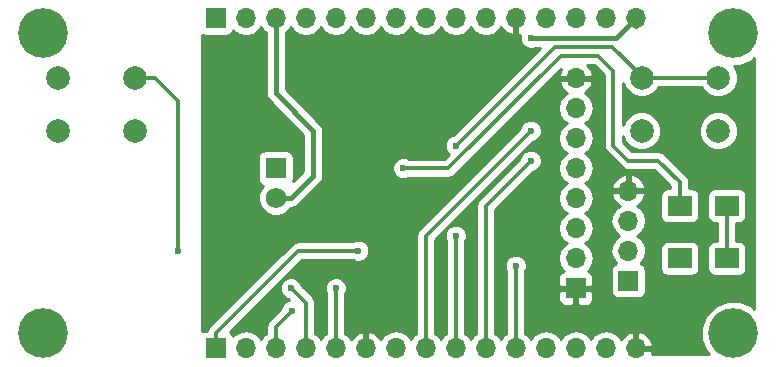
<source format=gbr>
G04 #@! TF.FileFunction,Copper,L1,Top,Signal*
%FSLAX46Y46*%
G04 Gerber Fmt 4.6, Leading zero omitted, Abs format (unit mm)*
G04 Created by KiCad (PCBNEW 4.0.7) date 03/26/18 16:58:00*
%MOMM*%
%LPD*%
G01*
G04 APERTURE LIST*
%ADD10C,0.100000*%
%ADD11C,4.200000*%
%ADD12R,1.700000X1.700000*%
%ADD13O,1.700000X1.700000*%
%ADD14C,2.000000*%
%ADD15R,2.000000X1.700000*%
%ADD16R,1.750000X1.750000*%
%ADD17C,1.750000*%
%ADD18C,0.600000*%
%ADD19C,0.350000*%
%ADD20C,0.450000*%
%ADD21C,0.254000*%
G04 APERTURE END LIST*
D10*
D11*
X204470000Y-104775000D03*
X146050000Y-104775000D03*
X146050000Y-79375000D03*
D12*
X195580000Y-100330000D03*
D13*
X195580000Y-97790000D03*
X195580000Y-95250000D03*
X195580000Y-92710000D03*
D14*
X203200000Y-83130000D03*
X203200000Y-87630000D03*
X196700000Y-83130000D03*
X196700000Y-87630000D03*
D15*
X203930000Y-98425000D03*
X199930000Y-98425000D03*
D12*
X160655000Y-78105000D03*
D13*
X163195000Y-78105000D03*
X165735000Y-78105000D03*
X168275000Y-78105000D03*
X170815000Y-78105000D03*
X173355000Y-78105000D03*
X175895000Y-78105000D03*
X178435000Y-78105000D03*
X180975000Y-78105000D03*
X183515000Y-78105000D03*
X186055000Y-78105000D03*
X188595000Y-78105000D03*
X191135000Y-78105000D03*
X193675000Y-78105000D03*
X196215000Y-78105000D03*
D12*
X160655000Y-106045000D03*
D13*
X163195000Y-106045000D03*
X165735000Y-106045000D03*
X168275000Y-106045000D03*
X170815000Y-106045000D03*
X173355000Y-106045000D03*
X175895000Y-106045000D03*
X178435000Y-106045000D03*
X180975000Y-106045000D03*
X183515000Y-106045000D03*
X186055000Y-106045000D03*
X188595000Y-106045000D03*
X191135000Y-106045000D03*
X193675000Y-106045000D03*
X196215000Y-106045000D03*
D15*
X199930000Y-93980000D03*
X203930000Y-93980000D03*
D12*
X191135000Y-100965000D03*
D13*
X191135000Y-98425000D03*
X191135000Y-95885000D03*
X191135000Y-93345000D03*
X191135000Y-90805000D03*
X191135000Y-88265000D03*
X191135000Y-85725000D03*
X191135000Y-83185000D03*
D11*
X204470000Y-79375000D03*
D16*
X165735000Y-90805000D03*
D17*
X165735000Y-93305000D03*
D14*
X147320000Y-83130000D03*
X147320000Y-87630000D03*
X153820000Y-83130000D03*
X153820000Y-87630000D03*
D18*
X167089998Y-102870000D03*
X199930000Y-98425000D03*
X187325000Y-79756000D03*
X167005000Y-100965000D03*
X157480000Y-97790000D03*
X176530000Y-90805000D03*
X170815000Y-100965000D03*
X172720000Y-97790000D03*
X187325000Y-87630000D03*
X187325000Y-90170000D03*
X186055000Y-99060000D03*
X180975000Y-88900000D03*
X180975000Y-96520000D03*
D19*
X167089998Y-102870000D02*
X165735000Y-104224998D01*
X165735000Y-104224998D02*
X165735000Y-106045000D01*
D20*
X186055000Y-78105000D02*
X186055000Y-78105000D01*
D19*
X193675000Y-78105000D02*
X194056000Y-78105000D01*
D20*
X165735000Y-78105000D02*
X165735000Y-84455000D01*
X167045000Y-93305000D02*
X165735000Y-93305000D01*
X168910000Y-91440000D02*
X167045000Y-93305000D01*
X168910000Y-87630000D02*
X168910000Y-91440000D01*
X165735000Y-84455000D02*
X168910000Y-87630000D01*
X194564000Y-79756000D02*
X187325000Y-79756000D01*
X194564000Y-79756000D02*
X196215000Y-78105000D01*
X165735000Y-78740000D02*
X165735000Y-78105000D01*
X165735000Y-78105000D02*
X165735000Y-78740000D01*
X196215000Y-78740000D02*
X196215000Y-78105000D01*
D19*
X153820000Y-83130000D02*
X155520000Y-83130000D01*
X168275000Y-102235000D02*
X167005000Y-100965000D01*
X168275000Y-102870000D02*
X168275000Y-102235000D01*
X168275000Y-102870000D02*
X168275000Y-106045000D01*
X157480000Y-85090000D02*
X157480000Y-97790000D01*
X155520000Y-83130000D02*
X157480000Y-85090000D01*
X180340000Y-90805000D02*
X176530000Y-90805000D01*
X170815000Y-100965000D02*
X170815000Y-106045000D01*
X194310000Y-82550000D02*
X193040000Y-81280000D01*
X199930000Y-91980000D02*
X198120000Y-90170000D01*
X198120000Y-90170000D02*
X195580000Y-90170000D01*
X195580000Y-90170000D02*
X194310000Y-88900000D01*
X194310000Y-88900000D02*
X194310000Y-82550000D01*
X199930000Y-93980000D02*
X199930000Y-91980000D01*
X189865000Y-81280000D02*
X180340000Y-90805000D01*
X193040000Y-81280000D02*
X189865000Y-81280000D01*
X160655000Y-104775000D02*
X160655000Y-106045000D01*
X167640000Y-97790000D02*
X160655000Y-104775000D01*
X172720000Y-97790000D02*
X167640000Y-97790000D01*
X178435000Y-96520000D02*
X178435000Y-106045000D01*
X187325000Y-87630000D02*
X178435000Y-96520000D01*
X183515000Y-93980000D02*
X183515000Y-106045000D01*
X187325000Y-90170000D02*
X183515000Y-93980000D01*
X186055000Y-99060000D02*
X186055000Y-106045000D01*
X180975000Y-88900000D02*
X180975000Y-88900000D01*
X180975000Y-96520000D02*
X180975000Y-106045000D01*
X196700000Y-83130000D02*
X196700000Y-83035000D01*
X196700000Y-83035000D02*
X194183000Y-80518000D01*
X189357000Y-80518000D02*
X180975000Y-88900000D01*
X194183000Y-80518000D02*
X189357000Y-80518000D01*
X196700000Y-83130000D02*
X203200000Y-83130000D01*
X203930000Y-93980000D02*
X203930000Y-98425000D01*
D21*
G36*
X186182000Y-77978000D02*
X186202000Y-77978000D01*
X186202000Y-78232000D01*
X186182000Y-78232000D01*
X186182000Y-79425155D01*
X186401808Y-79541155D01*
X186390162Y-79569201D01*
X186389838Y-79941167D01*
X186531883Y-80284943D01*
X186794673Y-80548192D01*
X187138201Y-80690838D01*
X187510167Y-80691162D01*
X187692073Y-80616000D01*
X188113487Y-80616000D01*
X180746918Y-87982570D01*
X180446057Y-88106883D01*
X180182808Y-88369673D01*
X180040162Y-88713201D01*
X180039838Y-89085167D01*
X180181883Y-89428943D01*
X180376044Y-89623444D01*
X180004488Y-89995000D01*
X177017441Y-89995000D01*
X176716799Y-89870162D01*
X176344833Y-89869838D01*
X176001057Y-90011883D01*
X175737808Y-90274673D01*
X175595162Y-90618201D01*
X175594838Y-90990167D01*
X175736883Y-91333943D01*
X175999673Y-91597192D01*
X176343201Y-91739838D01*
X176715167Y-91740162D01*
X177018083Y-91615000D01*
X180340000Y-91615000D01*
X180649974Y-91553342D01*
X180912756Y-91377756D01*
X186565512Y-85725000D01*
X189620907Y-85725000D01*
X189733946Y-86293285D01*
X190055853Y-86775054D01*
X190385026Y-86995000D01*
X190055853Y-87214946D01*
X189733946Y-87696715D01*
X189620907Y-88265000D01*
X189733946Y-88833285D01*
X190055853Y-89315054D01*
X190385026Y-89535000D01*
X190055853Y-89754946D01*
X189733946Y-90236715D01*
X189620907Y-90805000D01*
X189733946Y-91373285D01*
X190055853Y-91855054D01*
X190385026Y-92075000D01*
X190055853Y-92294946D01*
X189733946Y-92776715D01*
X189620907Y-93345000D01*
X189733946Y-93913285D01*
X190055853Y-94395054D01*
X190385026Y-94615000D01*
X190055853Y-94834946D01*
X189733946Y-95316715D01*
X189620907Y-95885000D01*
X189733946Y-96453285D01*
X190055853Y-96935054D01*
X190385026Y-97155000D01*
X190055853Y-97374946D01*
X189733946Y-97856715D01*
X189620907Y-98425000D01*
X189733946Y-98993285D01*
X190055853Y-99475054D01*
X190099777Y-99504403D01*
X189925302Y-99576673D01*
X189746673Y-99755301D01*
X189650000Y-99988690D01*
X189650000Y-100679250D01*
X189808750Y-100838000D01*
X191008000Y-100838000D01*
X191008000Y-100818000D01*
X191262000Y-100818000D01*
X191262000Y-100838000D01*
X192461250Y-100838000D01*
X192620000Y-100679250D01*
X192620000Y-99988690D01*
X192523327Y-99755301D01*
X192344698Y-99576673D01*
X192170223Y-99504403D01*
X192214147Y-99475054D01*
X192536054Y-98993285D01*
X192649093Y-98425000D01*
X192536054Y-97856715D01*
X192214147Y-97374946D01*
X191884974Y-97155000D01*
X192214147Y-96935054D01*
X192536054Y-96453285D01*
X192649093Y-95885000D01*
X192536054Y-95316715D01*
X192491477Y-95250000D01*
X194065907Y-95250000D01*
X194178946Y-95818285D01*
X194500853Y-96300054D01*
X194830026Y-96520000D01*
X194500853Y-96739946D01*
X194178946Y-97221715D01*
X194065907Y-97790000D01*
X194178946Y-98358285D01*
X194500853Y-98840054D01*
X194542452Y-98867850D01*
X194494683Y-98876838D01*
X194278559Y-99015910D01*
X194133569Y-99228110D01*
X194082560Y-99480000D01*
X194082560Y-101180000D01*
X194126838Y-101415317D01*
X194265910Y-101631441D01*
X194478110Y-101776431D01*
X194730000Y-101827440D01*
X196430000Y-101827440D01*
X196665317Y-101783162D01*
X196881441Y-101644090D01*
X197026431Y-101431890D01*
X197077440Y-101180000D01*
X197077440Y-99480000D01*
X197033162Y-99244683D01*
X196894090Y-99028559D01*
X196681890Y-98883569D01*
X196614459Y-98869914D01*
X196659147Y-98840054D01*
X196981054Y-98358285D01*
X197094093Y-97790000D01*
X197051327Y-97575000D01*
X198282560Y-97575000D01*
X198282560Y-99275000D01*
X198326838Y-99510317D01*
X198465910Y-99726441D01*
X198678110Y-99871431D01*
X198930000Y-99922440D01*
X200930000Y-99922440D01*
X201165317Y-99878162D01*
X201381441Y-99739090D01*
X201526431Y-99526890D01*
X201577440Y-99275000D01*
X201577440Y-97575000D01*
X201533162Y-97339683D01*
X201394090Y-97123559D01*
X201181890Y-96978569D01*
X200930000Y-96927560D01*
X198930000Y-96927560D01*
X198694683Y-96971838D01*
X198478559Y-97110910D01*
X198333569Y-97323110D01*
X198282560Y-97575000D01*
X197051327Y-97575000D01*
X196981054Y-97221715D01*
X196659147Y-96739946D01*
X196329974Y-96520000D01*
X196659147Y-96300054D01*
X196981054Y-95818285D01*
X197094093Y-95250000D01*
X196981054Y-94681715D01*
X196659147Y-94199946D01*
X196318447Y-93972298D01*
X196461358Y-93905183D01*
X196851645Y-93476924D01*
X197021476Y-93066890D01*
X196900155Y-92837000D01*
X195707000Y-92837000D01*
X195707000Y-92857000D01*
X195453000Y-92857000D01*
X195453000Y-92837000D01*
X194259845Y-92837000D01*
X194138524Y-93066890D01*
X194308355Y-93476924D01*
X194698642Y-93905183D01*
X194841553Y-93972298D01*
X194500853Y-94199946D01*
X194178946Y-94681715D01*
X194065907Y-95250000D01*
X192491477Y-95250000D01*
X192214147Y-94834946D01*
X191884974Y-94615000D01*
X192214147Y-94395054D01*
X192536054Y-93913285D01*
X192649093Y-93345000D01*
X192536054Y-92776715D01*
X192253011Y-92353110D01*
X194138524Y-92353110D01*
X194259845Y-92583000D01*
X195453000Y-92583000D01*
X195453000Y-91389181D01*
X195707000Y-91389181D01*
X195707000Y-92583000D01*
X196900155Y-92583000D01*
X197021476Y-92353110D01*
X196851645Y-91943076D01*
X196461358Y-91514817D01*
X195936892Y-91268514D01*
X195707000Y-91389181D01*
X195453000Y-91389181D01*
X195223108Y-91268514D01*
X194698642Y-91514817D01*
X194308355Y-91943076D01*
X194138524Y-92353110D01*
X192253011Y-92353110D01*
X192214147Y-92294946D01*
X191884974Y-92075000D01*
X192214147Y-91855054D01*
X192536054Y-91373285D01*
X192649093Y-90805000D01*
X192536054Y-90236715D01*
X192214147Y-89754946D01*
X191884974Y-89535000D01*
X192214147Y-89315054D01*
X192536054Y-88833285D01*
X192649093Y-88265000D01*
X192536054Y-87696715D01*
X192214147Y-87214946D01*
X191884974Y-86995000D01*
X192214147Y-86775054D01*
X192536054Y-86293285D01*
X192649093Y-85725000D01*
X192536054Y-85156715D01*
X192214147Y-84674946D01*
X191873447Y-84447298D01*
X192016358Y-84380183D01*
X192406645Y-83951924D01*
X192576476Y-83541890D01*
X192455155Y-83312000D01*
X191262000Y-83312000D01*
X191262000Y-83332000D01*
X191008000Y-83332000D01*
X191008000Y-83312000D01*
X189814845Y-83312000D01*
X189693524Y-83541890D01*
X189863355Y-83951924D01*
X190253642Y-84380183D01*
X190396553Y-84447298D01*
X190055853Y-84674946D01*
X189733946Y-85156715D01*
X189620907Y-85725000D01*
X186565512Y-85725000D01*
X189856934Y-82433579D01*
X189693524Y-82828110D01*
X189814845Y-83058000D01*
X191008000Y-83058000D01*
X191008000Y-83038000D01*
X191262000Y-83038000D01*
X191262000Y-83058000D01*
X192455155Y-83058000D01*
X192576476Y-82828110D01*
X192406645Y-82418076D01*
X192107658Y-82090000D01*
X192704488Y-82090000D01*
X193500000Y-82885513D01*
X193500000Y-88900000D01*
X193561658Y-89209974D01*
X193673802Y-89377808D01*
X193737244Y-89472756D01*
X195007243Y-90742756D01*
X195100398Y-90805000D01*
X195270026Y-90918342D01*
X195580000Y-90980000D01*
X197784488Y-90980000D01*
X199120000Y-92315513D01*
X199120000Y-92482560D01*
X198930000Y-92482560D01*
X198694683Y-92526838D01*
X198478559Y-92665910D01*
X198333569Y-92878110D01*
X198282560Y-93130000D01*
X198282560Y-94830000D01*
X198326838Y-95065317D01*
X198465910Y-95281441D01*
X198678110Y-95426431D01*
X198930000Y-95477440D01*
X200930000Y-95477440D01*
X201165317Y-95433162D01*
X201381441Y-95294090D01*
X201526431Y-95081890D01*
X201577440Y-94830000D01*
X201577440Y-93130000D01*
X202282560Y-93130000D01*
X202282560Y-94830000D01*
X202326838Y-95065317D01*
X202465910Y-95281441D01*
X202678110Y-95426431D01*
X202930000Y-95477440D01*
X203120000Y-95477440D01*
X203120000Y-96927560D01*
X202930000Y-96927560D01*
X202694683Y-96971838D01*
X202478559Y-97110910D01*
X202333569Y-97323110D01*
X202282560Y-97575000D01*
X202282560Y-99275000D01*
X202326838Y-99510317D01*
X202465910Y-99726441D01*
X202678110Y-99871431D01*
X202930000Y-99922440D01*
X204930000Y-99922440D01*
X205165317Y-99878162D01*
X205381441Y-99739090D01*
X205526431Y-99526890D01*
X205577440Y-99275000D01*
X205577440Y-97575000D01*
X205533162Y-97339683D01*
X205394090Y-97123559D01*
X205181890Y-96978569D01*
X204930000Y-96927560D01*
X204740000Y-96927560D01*
X204740000Y-95477440D01*
X204930000Y-95477440D01*
X205165317Y-95433162D01*
X205381441Y-95294090D01*
X205526431Y-95081890D01*
X205577440Y-94830000D01*
X205577440Y-93130000D01*
X205533162Y-92894683D01*
X205394090Y-92678559D01*
X205181890Y-92533569D01*
X204930000Y-92482560D01*
X202930000Y-92482560D01*
X202694683Y-92526838D01*
X202478559Y-92665910D01*
X202333569Y-92878110D01*
X202282560Y-93130000D01*
X201577440Y-93130000D01*
X201533162Y-92894683D01*
X201394090Y-92678559D01*
X201181890Y-92533569D01*
X200930000Y-92482560D01*
X200740000Y-92482560D01*
X200740000Y-91980000D01*
X200727134Y-91915317D01*
X200678343Y-91670027D01*
X200502757Y-91407244D01*
X198692756Y-89597244D01*
X198692755Y-89597243D01*
X198429974Y-89421658D01*
X198120000Y-89360000D01*
X195915513Y-89360000D01*
X195120000Y-88564488D01*
X195120000Y-88087592D01*
X195313106Y-88554943D01*
X195772637Y-89015278D01*
X196373352Y-89264716D01*
X197023795Y-89265284D01*
X197624943Y-89016894D01*
X198085278Y-88557363D01*
X198334716Y-87956648D01*
X198334718Y-87953795D01*
X201564716Y-87953795D01*
X201813106Y-88554943D01*
X202272637Y-89015278D01*
X202873352Y-89264716D01*
X203523795Y-89265284D01*
X204124943Y-89016894D01*
X204585278Y-88557363D01*
X204834716Y-87956648D01*
X204835284Y-87306205D01*
X204586894Y-86705057D01*
X204127363Y-86244722D01*
X203526648Y-85995284D01*
X202876205Y-85994716D01*
X202275057Y-86243106D01*
X201814722Y-86702637D01*
X201565284Y-87303352D01*
X201564716Y-87953795D01*
X198334718Y-87953795D01*
X198335284Y-87306205D01*
X198086894Y-86705057D01*
X197627363Y-86244722D01*
X197026648Y-85995284D01*
X196376205Y-85994716D01*
X195775057Y-86243106D01*
X195314722Y-86702637D01*
X195120000Y-87171581D01*
X195120000Y-83587592D01*
X195313106Y-84054943D01*
X195772637Y-84515278D01*
X196373352Y-84764716D01*
X197023795Y-84765284D01*
X197624943Y-84516894D01*
X198085278Y-84057363D01*
X198134011Y-83940000D01*
X201765612Y-83940000D01*
X201813106Y-84054943D01*
X202272637Y-84515278D01*
X202873352Y-84764716D01*
X203523795Y-84765284D01*
X204124943Y-84516894D01*
X204585278Y-84057363D01*
X204834716Y-83456648D01*
X204835284Y-82806205D01*
X204586894Y-82205057D01*
X204492023Y-82110020D01*
X205011638Y-82110474D01*
X206017229Y-81694972D01*
X206248000Y-81464603D01*
X206248000Y-102684852D01*
X206021276Y-102457732D01*
X205016412Y-102040476D01*
X203928362Y-102039526D01*
X202922771Y-102455028D01*
X202152732Y-103223724D01*
X201735476Y-104228588D01*
X201734526Y-105316638D01*
X202150028Y-106322229D01*
X202380397Y-106553000D01*
X197585522Y-106553000D01*
X197656486Y-106401892D01*
X197535819Y-106172000D01*
X196342000Y-106172000D01*
X196342000Y-106192000D01*
X196088000Y-106192000D01*
X196088000Y-106172000D01*
X196068000Y-106172000D01*
X196068000Y-105918000D01*
X196088000Y-105918000D01*
X196088000Y-104724845D01*
X196342000Y-104724845D01*
X196342000Y-105918000D01*
X197535819Y-105918000D01*
X197656486Y-105688108D01*
X197410183Y-105163642D01*
X196981924Y-104773355D01*
X196571890Y-104603524D01*
X196342000Y-104724845D01*
X196088000Y-104724845D01*
X195858110Y-104603524D01*
X195448076Y-104773355D01*
X195019817Y-105163642D01*
X194952702Y-105306553D01*
X194725054Y-104965853D01*
X194243285Y-104643946D01*
X193675000Y-104530907D01*
X193106715Y-104643946D01*
X192624946Y-104965853D01*
X192405000Y-105295026D01*
X192185054Y-104965853D01*
X191703285Y-104643946D01*
X191135000Y-104530907D01*
X190566715Y-104643946D01*
X190084946Y-104965853D01*
X189865000Y-105295026D01*
X189645054Y-104965853D01*
X189163285Y-104643946D01*
X188595000Y-104530907D01*
X188026715Y-104643946D01*
X187544946Y-104965853D01*
X187325000Y-105295026D01*
X187105054Y-104965853D01*
X186865000Y-104805454D01*
X186865000Y-101250750D01*
X189650000Y-101250750D01*
X189650000Y-101941310D01*
X189746673Y-102174699D01*
X189925302Y-102353327D01*
X190158691Y-102450000D01*
X190849250Y-102450000D01*
X191008000Y-102291250D01*
X191008000Y-101092000D01*
X191262000Y-101092000D01*
X191262000Y-102291250D01*
X191420750Y-102450000D01*
X192111309Y-102450000D01*
X192344698Y-102353327D01*
X192523327Y-102174699D01*
X192620000Y-101941310D01*
X192620000Y-101250750D01*
X192461250Y-101092000D01*
X191262000Y-101092000D01*
X191008000Y-101092000D01*
X189808750Y-101092000D01*
X189650000Y-101250750D01*
X186865000Y-101250750D01*
X186865000Y-99547441D01*
X186989838Y-99246799D01*
X186990162Y-98874833D01*
X186848117Y-98531057D01*
X186585327Y-98267808D01*
X186241799Y-98125162D01*
X185869833Y-98124838D01*
X185526057Y-98266883D01*
X185262808Y-98529673D01*
X185120162Y-98873201D01*
X185119838Y-99245167D01*
X185245000Y-99548083D01*
X185245000Y-104805454D01*
X185004946Y-104965853D01*
X184785000Y-105295026D01*
X184565054Y-104965853D01*
X184325000Y-104805454D01*
X184325000Y-94315512D01*
X187553084Y-91087429D01*
X187853943Y-90963117D01*
X188117192Y-90700327D01*
X188259838Y-90356799D01*
X188260162Y-89984833D01*
X188118117Y-89641057D01*
X187855327Y-89377808D01*
X187511799Y-89235162D01*
X187139833Y-89234838D01*
X186796057Y-89376883D01*
X186532808Y-89639673D01*
X186407116Y-89942371D01*
X182942244Y-93407244D01*
X182766658Y-93670026D01*
X182705000Y-93980000D01*
X182705000Y-104805454D01*
X182464946Y-104965853D01*
X182245000Y-105295026D01*
X182025054Y-104965853D01*
X181785000Y-104805454D01*
X181785000Y-97007441D01*
X181909838Y-96706799D01*
X181910162Y-96334833D01*
X181768117Y-95991057D01*
X181505327Y-95727808D01*
X181161799Y-95585162D01*
X180789833Y-95584838D01*
X180446057Y-95726883D01*
X180182808Y-95989673D01*
X180040162Y-96333201D01*
X180039838Y-96705167D01*
X180165000Y-97008083D01*
X180165000Y-104805454D01*
X179924946Y-104965853D01*
X179705000Y-105295026D01*
X179485054Y-104965853D01*
X179245000Y-104805454D01*
X179245000Y-96855512D01*
X187553084Y-88547429D01*
X187853943Y-88423117D01*
X188117192Y-88160327D01*
X188259838Y-87816799D01*
X188260162Y-87444833D01*
X188118117Y-87101057D01*
X187855327Y-86837808D01*
X187511799Y-86695162D01*
X187139833Y-86694838D01*
X186796057Y-86836883D01*
X186532808Y-87099673D01*
X186407116Y-87402371D01*
X177862244Y-95947244D01*
X177686658Y-96210026D01*
X177625000Y-96520000D01*
X177625000Y-104805454D01*
X177384946Y-104965853D01*
X177165000Y-105295026D01*
X176945054Y-104965853D01*
X176463285Y-104643946D01*
X175895000Y-104530907D01*
X175326715Y-104643946D01*
X174844946Y-104965853D01*
X174617298Y-105306553D01*
X174550183Y-105163642D01*
X174121924Y-104773355D01*
X173711890Y-104603524D01*
X173482000Y-104724845D01*
X173482000Y-105918000D01*
X173502000Y-105918000D01*
X173502000Y-106172000D01*
X173482000Y-106172000D01*
X173482000Y-106192000D01*
X173228000Y-106192000D01*
X173228000Y-106172000D01*
X173208000Y-106172000D01*
X173208000Y-105918000D01*
X173228000Y-105918000D01*
X173228000Y-104724845D01*
X172998110Y-104603524D01*
X172588076Y-104773355D01*
X172159817Y-105163642D01*
X172092702Y-105306553D01*
X171865054Y-104965853D01*
X171625000Y-104805454D01*
X171625000Y-101452441D01*
X171749838Y-101151799D01*
X171750162Y-100779833D01*
X171608117Y-100436057D01*
X171345327Y-100172808D01*
X171001799Y-100030162D01*
X170629833Y-100029838D01*
X170286057Y-100171883D01*
X170022808Y-100434673D01*
X169880162Y-100778201D01*
X169879838Y-101150167D01*
X170005000Y-101453083D01*
X170005000Y-104805454D01*
X169764946Y-104965853D01*
X169545000Y-105295026D01*
X169325054Y-104965853D01*
X169085000Y-104805454D01*
X169085000Y-102235000D01*
X169023342Y-101925026D01*
X168911817Y-101758117D01*
X168847756Y-101662243D01*
X167922430Y-100736917D01*
X167798117Y-100436057D01*
X167535327Y-100172808D01*
X167191799Y-100030162D01*
X166819833Y-100029838D01*
X166476057Y-100171883D01*
X166212808Y-100434673D01*
X166070162Y-100778201D01*
X166069838Y-101150167D01*
X166211883Y-101493943D01*
X166474673Y-101757192D01*
X166777372Y-101882884D01*
X166851402Y-101956914D01*
X166561055Y-102076883D01*
X166297806Y-102339673D01*
X166172114Y-102642371D01*
X165162244Y-103652242D01*
X164986658Y-103915024D01*
X164925000Y-104224998D01*
X164925000Y-104805454D01*
X164684946Y-104965853D01*
X164465000Y-105295026D01*
X164245054Y-104965853D01*
X163763285Y-104643946D01*
X163195000Y-104530907D01*
X162626715Y-104643946D01*
X162144946Y-104965853D01*
X162117150Y-105007452D01*
X162108162Y-104959683D01*
X161969090Y-104743559D01*
X161887619Y-104687893D01*
X167975513Y-98600000D01*
X172232559Y-98600000D01*
X172533201Y-98724838D01*
X172905167Y-98725162D01*
X173248943Y-98583117D01*
X173512192Y-98320327D01*
X173654838Y-97976799D01*
X173655162Y-97604833D01*
X173513117Y-97261057D01*
X173250327Y-96997808D01*
X172906799Y-96855162D01*
X172534833Y-96854838D01*
X172231917Y-96980000D01*
X167640000Y-96980000D01*
X167467897Y-97014234D01*
X167330027Y-97041657D01*
X167067244Y-97217243D01*
X160082244Y-104202244D01*
X159906658Y-104465026D01*
X159890241Y-104547560D01*
X159805000Y-104547560D01*
X159569683Y-104591838D01*
X159512000Y-104628956D01*
X159512000Y-79523342D01*
X159553110Y-79551431D01*
X159805000Y-79602440D01*
X161505000Y-79602440D01*
X161740317Y-79558162D01*
X161956441Y-79419090D01*
X162101431Y-79206890D01*
X162115086Y-79139459D01*
X162144946Y-79184147D01*
X162626715Y-79506054D01*
X163195000Y-79619093D01*
X163763285Y-79506054D01*
X164245054Y-79184147D01*
X164465000Y-78854974D01*
X164684946Y-79184147D01*
X164875000Y-79311137D01*
X164875000Y-84455000D01*
X164940464Y-84784108D01*
X165126888Y-85063112D01*
X168050000Y-87986224D01*
X168050000Y-91083776D01*
X167207585Y-91926191D01*
X167257440Y-91680000D01*
X167257440Y-89930000D01*
X167213162Y-89694683D01*
X167074090Y-89478559D01*
X166861890Y-89333569D01*
X166610000Y-89282560D01*
X164860000Y-89282560D01*
X164624683Y-89326838D01*
X164408559Y-89465910D01*
X164263569Y-89678110D01*
X164212560Y-89930000D01*
X164212560Y-91680000D01*
X164256838Y-91915317D01*
X164395910Y-92131441D01*
X164608110Y-92276431D01*
X164624676Y-92279786D01*
X164455630Y-92448537D01*
X164225262Y-93003325D01*
X164224738Y-93604040D01*
X164454138Y-94159229D01*
X164878537Y-94584370D01*
X165433325Y-94814738D01*
X166034040Y-94815262D01*
X166589229Y-94585862D01*
X167010827Y-94165000D01*
X167045000Y-94165000D01*
X167374108Y-94099536D01*
X167653112Y-93913112D01*
X169518112Y-92048112D01*
X169704536Y-91769108D01*
X169770000Y-91440000D01*
X169770000Y-87630000D01*
X169704536Y-87300892D01*
X169518112Y-87021888D01*
X166595000Y-84098776D01*
X166595000Y-79311137D01*
X166785054Y-79184147D01*
X167005000Y-78854974D01*
X167224946Y-79184147D01*
X167706715Y-79506054D01*
X168275000Y-79619093D01*
X168843285Y-79506054D01*
X169325054Y-79184147D01*
X169545000Y-78854974D01*
X169764946Y-79184147D01*
X170246715Y-79506054D01*
X170815000Y-79619093D01*
X171383285Y-79506054D01*
X171865054Y-79184147D01*
X172085000Y-78854974D01*
X172304946Y-79184147D01*
X172786715Y-79506054D01*
X173355000Y-79619093D01*
X173923285Y-79506054D01*
X174405054Y-79184147D01*
X174625000Y-78854974D01*
X174844946Y-79184147D01*
X175326715Y-79506054D01*
X175895000Y-79619093D01*
X176463285Y-79506054D01*
X176945054Y-79184147D01*
X177165000Y-78854974D01*
X177384946Y-79184147D01*
X177866715Y-79506054D01*
X178435000Y-79619093D01*
X179003285Y-79506054D01*
X179485054Y-79184147D01*
X179705000Y-78854974D01*
X179924946Y-79184147D01*
X180406715Y-79506054D01*
X180975000Y-79619093D01*
X181543285Y-79506054D01*
X182025054Y-79184147D01*
X182245000Y-78854974D01*
X182464946Y-79184147D01*
X182946715Y-79506054D01*
X183515000Y-79619093D01*
X184083285Y-79506054D01*
X184565054Y-79184147D01*
X184792702Y-78843447D01*
X184859817Y-78986358D01*
X185288076Y-79376645D01*
X185698110Y-79546476D01*
X185928000Y-79425155D01*
X185928000Y-78232000D01*
X185908000Y-78232000D01*
X185908000Y-77978000D01*
X185928000Y-77978000D01*
X185928000Y-77958000D01*
X186182000Y-77958000D01*
X186182000Y-77978000D01*
X186182000Y-77978000D01*
G37*
X186182000Y-77978000D02*
X186202000Y-77978000D01*
X186202000Y-78232000D01*
X186182000Y-78232000D01*
X186182000Y-79425155D01*
X186401808Y-79541155D01*
X186390162Y-79569201D01*
X186389838Y-79941167D01*
X186531883Y-80284943D01*
X186794673Y-80548192D01*
X187138201Y-80690838D01*
X187510167Y-80691162D01*
X187692073Y-80616000D01*
X188113487Y-80616000D01*
X180746918Y-87982570D01*
X180446057Y-88106883D01*
X180182808Y-88369673D01*
X180040162Y-88713201D01*
X180039838Y-89085167D01*
X180181883Y-89428943D01*
X180376044Y-89623444D01*
X180004488Y-89995000D01*
X177017441Y-89995000D01*
X176716799Y-89870162D01*
X176344833Y-89869838D01*
X176001057Y-90011883D01*
X175737808Y-90274673D01*
X175595162Y-90618201D01*
X175594838Y-90990167D01*
X175736883Y-91333943D01*
X175999673Y-91597192D01*
X176343201Y-91739838D01*
X176715167Y-91740162D01*
X177018083Y-91615000D01*
X180340000Y-91615000D01*
X180649974Y-91553342D01*
X180912756Y-91377756D01*
X186565512Y-85725000D01*
X189620907Y-85725000D01*
X189733946Y-86293285D01*
X190055853Y-86775054D01*
X190385026Y-86995000D01*
X190055853Y-87214946D01*
X189733946Y-87696715D01*
X189620907Y-88265000D01*
X189733946Y-88833285D01*
X190055853Y-89315054D01*
X190385026Y-89535000D01*
X190055853Y-89754946D01*
X189733946Y-90236715D01*
X189620907Y-90805000D01*
X189733946Y-91373285D01*
X190055853Y-91855054D01*
X190385026Y-92075000D01*
X190055853Y-92294946D01*
X189733946Y-92776715D01*
X189620907Y-93345000D01*
X189733946Y-93913285D01*
X190055853Y-94395054D01*
X190385026Y-94615000D01*
X190055853Y-94834946D01*
X189733946Y-95316715D01*
X189620907Y-95885000D01*
X189733946Y-96453285D01*
X190055853Y-96935054D01*
X190385026Y-97155000D01*
X190055853Y-97374946D01*
X189733946Y-97856715D01*
X189620907Y-98425000D01*
X189733946Y-98993285D01*
X190055853Y-99475054D01*
X190099777Y-99504403D01*
X189925302Y-99576673D01*
X189746673Y-99755301D01*
X189650000Y-99988690D01*
X189650000Y-100679250D01*
X189808750Y-100838000D01*
X191008000Y-100838000D01*
X191008000Y-100818000D01*
X191262000Y-100818000D01*
X191262000Y-100838000D01*
X192461250Y-100838000D01*
X192620000Y-100679250D01*
X192620000Y-99988690D01*
X192523327Y-99755301D01*
X192344698Y-99576673D01*
X192170223Y-99504403D01*
X192214147Y-99475054D01*
X192536054Y-98993285D01*
X192649093Y-98425000D01*
X192536054Y-97856715D01*
X192214147Y-97374946D01*
X191884974Y-97155000D01*
X192214147Y-96935054D01*
X192536054Y-96453285D01*
X192649093Y-95885000D01*
X192536054Y-95316715D01*
X192491477Y-95250000D01*
X194065907Y-95250000D01*
X194178946Y-95818285D01*
X194500853Y-96300054D01*
X194830026Y-96520000D01*
X194500853Y-96739946D01*
X194178946Y-97221715D01*
X194065907Y-97790000D01*
X194178946Y-98358285D01*
X194500853Y-98840054D01*
X194542452Y-98867850D01*
X194494683Y-98876838D01*
X194278559Y-99015910D01*
X194133569Y-99228110D01*
X194082560Y-99480000D01*
X194082560Y-101180000D01*
X194126838Y-101415317D01*
X194265910Y-101631441D01*
X194478110Y-101776431D01*
X194730000Y-101827440D01*
X196430000Y-101827440D01*
X196665317Y-101783162D01*
X196881441Y-101644090D01*
X197026431Y-101431890D01*
X197077440Y-101180000D01*
X197077440Y-99480000D01*
X197033162Y-99244683D01*
X196894090Y-99028559D01*
X196681890Y-98883569D01*
X196614459Y-98869914D01*
X196659147Y-98840054D01*
X196981054Y-98358285D01*
X197094093Y-97790000D01*
X197051327Y-97575000D01*
X198282560Y-97575000D01*
X198282560Y-99275000D01*
X198326838Y-99510317D01*
X198465910Y-99726441D01*
X198678110Y-99871431D01*
X198930000Y-99922440D01*
X200930000Y-99922440D01*
X201165317Y-99878162D01*
X201381441Y-99739090D01*
X201526431Y-99526890D01*
X201577440Y-99275000D01*
X201577440Y-97575000D01*
X201533162Y-97339683D01*
X201394090Y-97123559D01*
X201181890Y-96978569D01*
X200930000Y-96927560D01*
X198930000Y-96927560D01*
X198694683Y-96971838D01*
X198478559Y-97110910D01*
X198333569Y-97323110D01*
X198282560Y-97575000D01*
X197051327Y-97575000D01*
X196981054Y-97221715D01*
X196659147Y-96739946D01*
X196329974Y-96520000D01*
X196659147Y-96300054D01*
X196981054Y-95818285D01*
X197094093Y-95250000D01*
X196981054Y-94681715D01*
X196659147Y-94199946D01*
X196318447Y-93972298D01*
X196461358Y-93905183D01*
X196851645Y-93476924D01*
X197021476Y-93066890D01*
X196900155Y-92837000D01*
X195707000Y-92837000D01*
X195707000Y-92857000D01*
X195453000Y-92857000D01*
X195453000Y-92837000D01*
X194259845Y-92837000D01*
X194138524Y-93066890D01*
X194308355Y-93476924D01*
X194698642Y-93905183D01*
X194841553Y-93972298D01*
X194500853Y-94199946D01*
X194178946Y-94681715D01*
X194065907Y-95250000D01*
X192491477Y-95250000D01*
X192214147Y-94834946D01*
X191884974Y-94615000D01*
X192214147Y-94395054D01*
X192536054Y-93913285D01*
X192649093Y-93345000D01*
X192536054Y-92776715D01*
X192253011Y-92353110D01*
X194138524Y-92353110D01*
X194259845Y-92583000D01*
X195453000Y-92583000D01*
X195453000Y-91389181D01*
X195707000Y-91389181D01*
X195707000Y-92583000D01*
X196900155Y-92583000D01*
X197021476Y-92353110D01*
X196851645Y-91943076D01*
X196461358Y-91514817D01*
X195936892Y-91268514D01*
X195707000Y-91389181D01*
X195453000Y-91389181D01*
X195223108Y-91268514D01*
X194698642Y-91514817D01*
X194308355Y-91943076D01*
X194138524Y-92353110D01*
X192253011Y-92353110D01*
X192214147Y-92294946D01*
X191884974Y-92075000D01*
X192214147Y-91855054D01*
X192536054Y-91373285D01*
X192649093Y-90805000D01*
X192536054Y-90236715D01*
X192214147Y-89754946D01*
X191884974Y-89535000D01*
X192214147Y-89315054D01*
X192536054Y-88833285D01*
X192649093Y-88265000D01*
X192536054Y-87696715D01*
X192214147Y-87214946D01*
X191884974Y-86995000D01*
X192214147Y-86775054D01*
X192536054Y-86293285D01*
X192649093Y-85725000D01*
X192536054Y-85156715D01*
X192214147Y-84674946D01*
X191873447Y-84447298D01*
X192016358Y-84380183D01*
X192406645Y-83951924D01*
X192576476Y-83541890D01*
X192455155Y-83312000D01*
X191262000Y-83312000D01*
X191262000Y-83332000D01*
X191008000Y-83332000D01*
X191008000Y-83312000D01*
X189814845Y-83312000D01*
X189693524Y-83541890D01*
X189863355Y-83951924D01*
X190253642Y-84380183D01*
X190396553Y-84447298D01*
X190055853Y-84674946D01*
X189733946Y-85156715D01*
X189620907Y-85725000D01*
X186565512Y-85725000D01*
X189856934Y-82433579D01*
X189693524Y-82828110D01*
X189814845Y-83058000D01*
X191008000Y-83058000D01*
X191008000Y-83038000D01*
X191262000Y-83038000D01*
X191262000Y-83058000D01*
X192455155Y-83058000D01*
X192576476Y-82828110D01*
X192406645Y-82418076D01*
X192107658Y-82090000D01*
X192704488Y-82090000D01*
X193500000Y-82885513D01*
X193500000Y-88900000D01*
X193561658Y-89209974D01*
X193673802Y-89377808D01*
X193737244Y-89472756D01*
X195007243Y-90742756D01*
X195100398Y-90805000D01*
X195270026Y-90918342D01*
X195580000Y-90980000D01*
X197784488Y-90980000D01*
X199120000Y-92315513D01*
X199120000Y-92482560D01*
X198930000Y-92482560D01*
X198694683Y-92526838D01*
X198478559Y-92665910D01*
X198333569Y-92878110D01*
X198282560Y-93130000D01*
X198282560Y-94830000D01*
X198326838Y-95065317D01*
X198465910Y-95281441D01*
X198678110Y-95426431D01*
X198930000Y-95477440D01*
X200930000Y-95477440D01*
X201165317Y-95433162D01*
X201381441Y-95294090D01*
X201526431Y-95081890D01*
X201577440Y-94830000D01*
X201577440Y-93130000D01*
X202282560Y-93130000D01*
X202282560Y-94830000D01*
X202326838Y-95065317D01*
X202465910Y-95281441D01*
X202678110Y-95426431D01*
X202930000Y-95477440D01*
X203120000Y-95477440D01*
X203120000Y-96927560D01*
X202930000Y-96927560D01*
X202694683Y-96971838D01*
X202478559Y-97110910D01*
X202333569Y-97323110D01*
X202282560Y-97575000D01*
X202282560Y-99275000D01*
X202326838Y-99510317D01*
X202465910Y-99726441D01*
X202678110Y-99871431D01*
X202930000Y-99922440D01*
X204930000Y-99922440D01*
X205165317Y-99878162D01*
X205381441Y-99739090D01*
X205526431Y-99526890D01*
X205577440Y-99275000D01*
X205577440Y-97575000D01*
X205533162Y-97339683D01*
X205394090Y-97123559D01*
X205181890Y-96978569D01*
X204930000Y-96927560D01*
X204740000Y-96927560D01*
X204740000Y-95477440D01*
X204930000Y-95477440D01*
X205165317Y-95433162D01*
X205381441Y-95294090D01*
X205526431Y-95081890D01*
X205577440Y-94830000D01*
X205577440Y-93130000D01*
X205533162Y-92894683D01*
X205394090Y-92678559D01*
X205181890Y-92533569D01*
X204930000Y-92482560D01*
X202930000Y-92482560D01*
X202694683Y-92526838D01*
X202478559Y-92665910D01*
X202333569Y-92878110D01*
X202282560Y-93130000D01*
X201577440Y-93130000D01*
X201533162Y-92894683D01*
X201394090Y-92678559D01*
X201181890Y-92533569D01*
X200930000Y-92482560D01*
X200740000Y-92482560D01*
X200740000Y-91980000D01*
X200727134Y-91915317D01*
X200678343Y-91670027D01*
X200502757Y-91407244D01*
X198692756Y-89597244D01*
X198692755Y-89597243D01*
X198429974Y-89421658D01*
X198120000Y-89360000D01*
X195915513Y-89360000D01*
X195120000Y-88564488D01*
X195120000Y-88087592D01*
X195313106Y-88554943D01*
X195772637Y-89015278D01*
X196373352Y-89264716D01*
X197023795Y-89265284D01*
X197624943Y-89016894D01*
X198085278Y-88557363D01*
X198334716Y-87956648D01*
X198334718Y-87953795D01*
X201564716Y-87953795D01*
X201813106Y-88554943D01*
X202272637Y-89015278D01*
X202873352Y-89264716D01*
X203523795Y-89265284D01*
X204124943Y-89016894D01*
X204585278Y-88557363D01*
X204834716Y-87956648D01*
X204835284Y-87306205D01*
X204586894Y-86705057D01*
X204127363Y-86244722D01*
X203526648Y-85995284D01*
X202876205Y-85994716D01*
X202275057Y-86243106D01*
X201814722Y-86702637D01*
X201565284Y-87303352D01*
X201564716Y-87953795D01*
X198334718Y-87953795D01*
X198335284Y-87306205D01*
X198086894Y-86705057D01*
X197627363Y-86244722D01*
X197026648Y-85995284D01*
X196376205Y-85994716D01*
X195775057Y-86243106D01*
X195314722Y-86702637D01*
X195120000Y-87171581D01*
X195120000Y-83587592D01*
X195313106Y-84054943D01*
X195772637Y-84515278D01*
X196373352Y-84764716D01*
X197023795Y-84765284D01*
X197624943Y-84516894D01*
X198085278Y-84057363D01*
X198134011Y-83940000D01*
X201765612Y-83940000D01*
X201813106Y-84054943D01*
X202272637Y-84515278D01*
X202873352Y-84764716D01*
X203523795Y-84765284D01*
X204124943Y-84516894D01*
X204585278Y-84057363D01*
X204834716Y-83456648D01*
X204835284Y-82806205D01*
X204586894Y-82205057D01*
X204492023Y-82110020D01*
X205011638Y-82110474D01*
X206017229Y-81694972D01*
X206248000Y-81464603D01*
X206248000Y-102684852D01*
X206021276Y-102457732D01*
X205016412Y-102040476D01*
X203928362Y-102039526D01*
X202922771Y-102455028D01*
X202152732Y-103223724D01*
X201735476Y-104228588D01*
X201734526Y-105316638D01*
X202150028Y-106322229D01*
X202380397Y-106553000D01*
X197585522Y-106553000D01*
X197656486Y-106401892D01*
X197535819Y-106172000D01*
X196342000Y-106172000D01*
X196342000Y-106192000D01*
X196088000Y-106192000D01*
X196088000Y-106172000D01*
X196068000Y-106172000D01*
X196068000Y-105918000D01*
X196088000Y-105918000D01*
X196088000Y-104724845D01*
X196342000Y-104724845D01*
X196342000Y-105918000D01*
X197535819Y-105918000D01*
X197656486Y-105688108D01*
X197410183Y-105163642D01*
X196981924Y-104773355D01*
X196571890Y-104603524D01*
X196342000Y-104724845D01*
X196088000Y-104724845D01*
X195858110Y-104603524D01*
X195448076Y-104773355D01*
X195019817Y-105163642D01*
X194952702Y-105306553D01*
X194725054Y-104965853D01*
X194243285Y-104643946D01*
X193675000Y-104530907D01*
X193106715Y-104643946D01*
X192624946Y-104965853D01*
X192405000Y-105295026D01*
X192185054Y-104965853D01*
X191703285Y-104643946D01*
X191135000Y-104530907D01*
X190566715Y-104643946D01*
X190084946Y-104965853D01*
X189865000Y-105295026D01*
X189645054Y-104965853D01*
X189163285Y-104643946D01*
X188595000Y-104530907D01*
X188026715Y-104643946D01*
X187544946Y-104965853D01*
X187325000Y-105295026D01*
X187105054Y-104965853D01*
X186865000Y-104805454D01*
X186865000Y-101250750D01*
X189650000Y-101250750D01*
X189650000Y-101941310D01*
X189746673Y-102174699D01*
X189925302Y-102353327D01*
X190158691Y-102450000D01*
X190849250Y-102450000D01*
X191008000Y-102291250D01*
X191008000Y-101092000D01*
X191262000Y-101092000D01*
X191262000Y-102291250D01*
X191420750Y-102450000D01*
X192111309Y-102450000D01*
X192344698Y-102353327D01*
X192523327Y-102174699D01*
X192620000Y-101941310D01*
X192620000Y-101250750D01*
X192461250Y-101092000D01*
X191262000Y-101092000D01*
X191008000Y-101092000D01*
X189808750Y-101092000D01*
X189650000Y-101250750D01*
X186865000Y-101250750D01*
X186865000Y-99547441D01*
X186989838Y-99246799D01*
X186990162Y-98874833D01*
X186848117Y-98531057D01*
X186585327Y-98267808D01*
X186241799Y-98125162D01*
X185869833Y-98124838D01*
X185526057Y-98266883D01*
X185262808Y-98529673D01*
X185120162Y-98873201D01*
X185119838Y-99245167D01*
X185245000Y-99548083D01*
X185245000Y-104805454D01*
X185004946Y-104965853D01*
X184785000Y-105295026D01*
X184565054Y-104965853D01*
X184325000Y-104805454D01*
X184325000Y-94315512D01*
X187553084Y-91087429D01*
X187853943Y-90963117D01*
X188117192Y-90700327D01*
X188259838Y-90356799D01*
X188260162Y-89984833D01*
X188118117Y-89641057D01*
X187855327Y-89377808D01*
X187511799Y-89235162D01*
X187139833Y-89234838D01*
X186796057Y-89376883D01*
X186532808Y-89639673D01*
X186407116Y-89942371D01*
X182942244Y-93407244D01*
X182766658Y-93670026D01*
X182705000Y-93980000D01*
X182705000Y-104805454D01*
X182464946Y-104965853D01*
X182245000Y-105295026D01*
X182025054Y-104965853D01*
X181785000Y-104805454D01*
X181785000Y-97007441D01*
X181909838Y-96706799D01*
X181910162Y-96334833D01*
X181768117Y-95991057D01*
X181505327Y-95727808D01*
X181161799Y-95585162D01*
X180789833Y-95584838D01*
X180446057Y-95726883D01*
X180182808Y-95989673D01*
X180040162Y-96333201D01*
X180039838Y-96705167D01*
X180165000Y-97008083D01*
X180165000Y-104805454D01*
X179924946Y-104965853D01*
X179705000Y-105295026D01*
X179485054Y-104965853D01*
X179245000Y-104805454D01*
X179245000Y-96855512D01*
X187553084Y-88547429D01*
X187853943Y-88423117D01*
X188117192Y-88160327D01*
X188259838Y-87816799D01*
X188260162Y-87444833D01*
X188118117Y-87101057D01*
X187855327Y-86837808D01*
X187511799Y-86695162D01*
X187139833Y-86694838D01*
X186796057Y-86836883D01*
X186532808Y-87099673D01*
X186407116Y-87402371D01*
X177862244Y-95947244D01*
X177686658Y-96210026D01*
X177625000Y-96520000D01*
X177625000Y-104805454D01*
X177384946Y-104965853D01*
X177165000Y-105295026D01*
X176945054Y-104965853D01*
X176463285Y-104643946D01*
X175895000Y-104530907D01*
X175326715Y-104643946D01*
X174844946Y-104965853D01*
X174617298Y-105306553D01*
X174550183Y-105163642D01*
X174121924Y-104773355D01*
X173711890Y-104603524D01*
X173482000Y-104724845D01*
X173482000Y-105918000D01*
X173502000Y-105918000D01*
X173502000Y-106172000D01*
X173482000Y-106172000D01*
X173482000Y-106192000D01*
X173228000Y-106192000D01*
X173228000Y-106172000D01*
X173208000Y-106172000D01*
X173208000Y-105918000D01*
X173228000Y-105918000D01*
X173228000Y-104724845D01*
X172998110Y-104603524D01*
X172588076Y-104773355D01*
X172159817Y-105163642D01*
X172092702Y-105306553D01*
X171865054Y-104965853D01*
X171625000Y-104805454D01*
X171625000Y-101452441D01*
X171749838Y-101151799D01*
X171750162Y-100779833D01*
X171608117Y-100436057D01*
X171345327Y-100172808D01*
X171001799Y-100030162D01*
X170629833Y-100029838D01*
X170286057Y-100171883D01*
X170022808Y-100434673D01*
X169880162Y-100778201D01*
X169879838Y-101150167D01*
X170005000Y-101453083D01*
X170005000Y-104805454D01*
X169764946Y-104965853D01*
X169545000Y-105295026D01*
X169325054Y-104965853D01*
X169085000Y-104805454D01*
X169085000Y-102235000D01*
X169023342Y-101925026D01*
X168911817Y-101758117D01*
X168847756Y-101662243D01*
X167922430Y-100736917D01*
X167798117Y-100436057D01*
X167535327Y-100172808D01*
X167191799Y-100030162D01*
X166819833Y-100029838D01*
X166476057Y-100171883D01*
X166212808Y-100434673D01*
X166070162Y-100778201D01*
X166069838Y-101150167D01*
X166211883Y-101493943D01*
X166474673Y-101757192D01*
X166777372Y-101882884D01*
X166851402Y-101956914D01*
X166561055Y-102076883D01*
X166297806Y-102339673D01*
X166172114Y-102642371D01*
X165162244Y-103652242D01*
X164986658Y-103915024D01*
X164925000Y-104224998D01*
X164925000Y-104805454D01*
X164684946Y-104965853D01*
X164465000Y-105295026D01*
X164245054Y-104965853D01*
X163763285Y-104643946D01*
X163195000Y-104530907D01*
X162626715Y-104643946D01*
X162144946Y-104965853D01*
X162117150Y-105007452D01*
X162108162Y-104959683D01*
X161969090Y-104743559D01*
X161887619Y-104687893D01*
X167975513Y-98600000D01*
X172232559Y-98600000D01*
X172533201Y-98724838D01*
X172905167Y-98725162D01*
X173248943Y-98583117D01*
X173512192Y-98320327D01*
X173654838Y-97976799D01*
X173655162Y-97604833D01*
X173513117Y-97261057D01*
X173250327Y-96997808D01*
X172906799Y-96855162D01*
X172534833Y-96854838D01*
X172231917Y-96980000D01*
X167640000Y-96980000D01*
X167467897Y-97014234D01*
X167330027Y-97041657D01*
X167067244Y-97217243D01*
X160082244Y-104202244D01*
X159906658Y-104465026D01*
X159890241Y-104547560D01*
X159805000Y-104547560D01*
X159569683Y-104591838D01*
X159512000Y-104628956D01*
X159512000Y-79523342D01*
X159553110Y-79551431D01*
X159805000Y-79602440D01*
X161505000Y-79602440D01*
X161740317Y-79558162D01*
X161956441Y-79419090D01*
X162101431Y-79206890D01*
X162115086Y-79139459D01*
X162144946Y-79184147D01*
X162626715Y-79506054D01*
X163195000Y-79619093D01*
X163763285Y-79506054D01*
X164245054Y-79184147D01*
X164465000Y-78854974D01*
X164684946Y-79184147D01*
X164875000Y-79311137D01*
X164875000Y-84455000D01*
X164940464Y-84784108D01*
X165126888Y-85063112D01*
X168050000Y-87986224D01*
X168050000Y-91083776D01*
X167207585Y-91926191D01*
X167257440Y-91680000D01*
X167257440Y-89930000D01*
X167213162Y-89694683D01*
X167074090Y-89478559D01*
X166861890Y-89333569D01*
X166610000Y-89282560D01*
X164860000Y-89282560D01*
X164624683Y-89326838D01*
X164408559Y-89465910D01*
X164263569Y-89678110D01*
X164212560Y-89930000D01*
X164212560Y-91680000D01*
X164256838Y-91915317D01*
X164395910Y-92131441D01*
X164608110Y-92276431D01*
X164624676Y-92279786D01*
X164455630Y-92448537D01*
X164225262Y-93003325D01*
X164224738Y-93604040D01*
X164454138Y-94159229D01*
X164878537Y-94584370D01*
X165433325Y-94814738D01*
X166034040Y-94815262D01*
X166589229Y-94585862D01*
X167010827Y-94165000D01*
X167045000Y-94165000D01*
X167374108Y-94099536D01*
X167653112Y-93913112D01*
X169518112Y-92048112D01*
X169704536Y-91769108D01*
X169770000Y-91440000D01*
X169770000Y-87630000D01*
X169704536Y-87300892D01*
X169518112Y-87021888D01*
X166595000Y-84098776D01*
X166595000Y-79311137D01*
X166785054Y-79184147D01*
X167005000Y-78854974D01*
X167224946Y-79184147D01*
X167706715Y-79506054D01*
X168275000Y-79619093D01*
X168843285Y-79506054D01*
X169325054Y-79184147D01*
X169545000Y-78854974D01*
X169764946Y-79184147D01*
X170246715Y-79506054D01*
X170815000Y-79619093D01*
X171383285Y-79506054D01*
X171865054Y-79184147D01*
X172085000Y-78854974D01*
X172304946Y-79184147D01*
X172786715Y-79506054D01*
X173355000Y-79619093D01*
X173923285Y-79506054D01*
X174405054Y-79184147D01*
X174625000Y-78854974D01*
X174844946Y-79184147D01*
X175326715Y-79506054D01*
X175895000Y-79619093D01*
X176463285Y-79506054D01*
X176945054Y-79184147D01*
X177165000Y-78854974D01*
X177384946Y-79184147D01*
X177866715Y-79506054D01*
X178435000Y-79619093D01*
X179003285Y-79506054D01*
X179485054Y-79184147D01*
X179705000Y-78854974D01*
X179924946Y-79184147D01*
X180406715Y-79506054D01*
X180975000Y-79619093D01*
X181543285Y-79506054D01*
X182025054Y-79184147D01*
X182245000Y-78854974D01*
X182464946Y-79184147D01*
X182946715Y-79506054D01*
X183515000Y-79619093D01*
X184083285Y-79506054D01*
X184565054Y-79184147D01*
X184792702Y-78843447D01*
X184859817Y-78986358D01*
X185288076Y-79376645D01*
X185698110Y-79546476D01*
X185928000Y-79425155D01*
X185928000Y-78232000D01*
X185908000Y-78232000D01*
X185908000Y-77978000D01*
X185928000Y-77978000D01*
X185928000Y-77958000D01*
X186182000Y-77958000D01*
X186182000Y-77978000D01*
M02*

</source>
